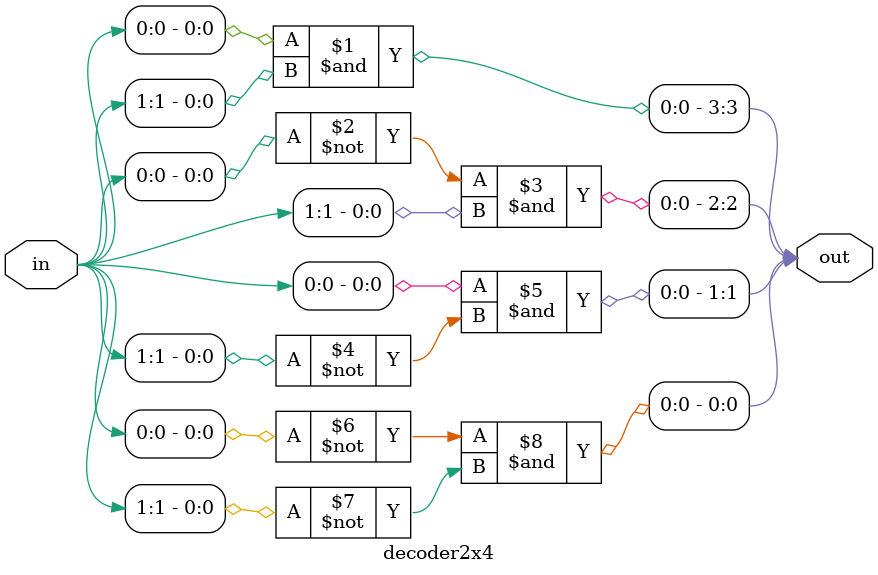
<source format=v>
module decoder2x4 (
input [1:0] in,
output [3:0] out
);
 
assign out[3] = in[0] & in[1];
assign out[2] = ~in[0] & in[1];
assign out[1] = in[0] & ~in[1];
assign out[0] = ~in[0] & ~in[1];


endmodule 
</source>
